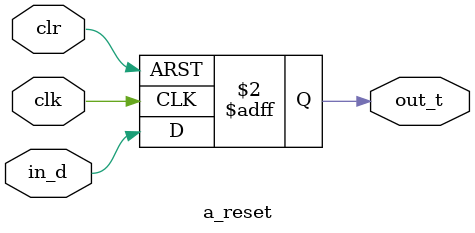
<source format=v>
module a_reset(clk,clr,in_d,out_t);
	input clk;
	input clr;
	input in_d;
	output reg out_t;
	
	always @(posedge clk or posedge clr)
		if(clr)
			out_t <= 0;
		else
			out_t <= in_d;
	
endmodule 
</source>
